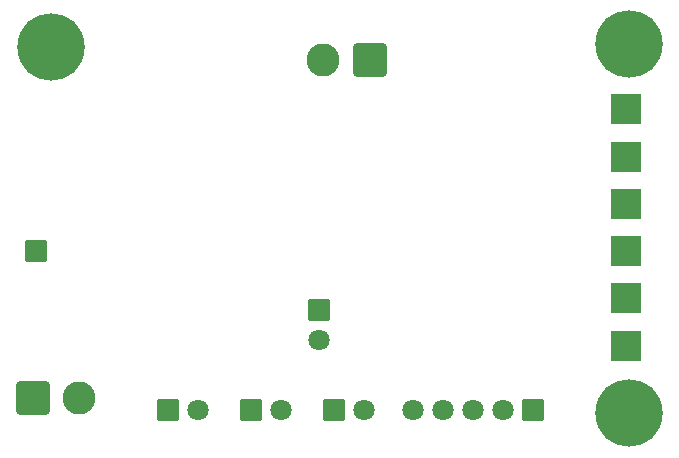
<source format=gbr>
%TF.GenerationSoftware,KiCad,Pcbnew,9.0.6+1*%
%TF.CreationDate,Date%
%TF.ProjectId,solar_smart_station,736f6c61-725f-4736-9d61-72745f737461,+ (Unreleased)*%
%TF.SameCoordinates,Original*%
%TF.FileFunction,Soldermask,Bot*%
%TF.FilePolarity,Negative*%
%FSLAX46Y46*%
G04 Gerber Fmt 4.6, Leading zero omitted, Abs format (unit mm)*
G04 Created by KiCad*
%MOMM*%
%LPD*%
G01*
G04 APERTURE LIST*
G04 Aperture macros list*
%AMRoundRect*
0 Rectangle with rounded corners*
0 $1 Rounding radius*
0 $2 $3 $4 $5 $6 $7 $8 $9 X,Y pos of 4 corners*
0 Add a 4 corners polygon primitive as box body*
4,1,4,$2,$3,$4,$5,$6,$7,$8,$9,$2,$3,0*
0 Add four circle primitives for the rounded corners*
1,1,$1+$1,$2,$3*
1,1,$1+$1,$4,$5*
1,1,$1+$1,$6,$7*
1,1,$1+$1,$8,$9*
0 Add four rect primitives between the rounded corners*
20,1,$1+$1,$2,$3,$4,$5,0*
20,1,$1+$1,$4,$5,$6,$7,0*
20,1,$1+$1,$6,$7,$8,$9,0*
20,1,$1+$1,$8,$9,$2,$3,0*%
G04 Aperture macros list end*
%ADD10RoundRect,0.259260X-1.140740X-1.140740X1.140740X-1.140740X1.140740X1.140740X-1.140740X1.140740X0*%
%ADD11C,2.800000*%
%ADD12RoundRect,0.050000X-1.250000X-1.250000X1.250000X-1.250000X1.250000X1.250000X-1.250000X1.250000X0*%
%ADD13C,3.700000*%
%ADD14C,5.700000*%
%ADD15RoundRect,0.050000X-0.850000X-0.850000X0.850000X-0.850000X0.850000X0.850000X-0.850000X0.850000X0*%
%ADD16C,1.800000*%
%ADD17RoundRect,0.050000X-0.850000X0.850000X-0.850000X-0.850000X0.850000X-0.850000X0.850000X0.850000X0*%
%ADD18RoundRect,0.050000X0.850000X-0.850000X0.850000X0.850000X-0.850000X0.850000X-0.850000X-0.850000X0*%
%ADD19RoundRect,0.259260X1.140740X1.140740X-1.140740X1.140740X-1.140740X-1.140740X1.140740X-1.140740X0*%
G04 APERTURE END LIST*
D10*
%TO.C,JST1*%
X32742500Y-179950000D03*
D11*
X36702500Y-179950000D03*
%TD*%
D12*
%TO.C,H4*%
X83000000Y-163500000D03*
%TD*%
D13*
%TO.C,H8*%
X83250000Y-150000000D03*
D14*
X83250000Y-150000000D03*
%TD*%
D12*
%TO.C,H2*%
X83000000Y-171500000D03*
%TD*%
%TO.C,H6*%
X83000000Y-155500000D03*
%TD*%
D15*
%TO.C,J2*%
X57000000Y-172475000D03*
D16*
X57000000Y-175015000D03*
%TD*%
D12*
%TO.C,H1*%
X83000000Y-175500000D03*
%TD*%
D17*
%TO.C,J3*%
X75080000Y-181000000D03*
D16*
X72540000Y-181000000D03*
X70000000Y-181000000D03*
X67460000Y-181000000D03*
X64920000Y-181000000D03*
%TD*%
D12*
%TO.C,H3*%
X83000000Y-167500000D03*
%TD*%
D18*
%TO.C,J5*%
X58225000Y-181000000D03*
D16*
X60765000Y-181000000D03*
%TD*%
D19*
%TO.C,JST2*%
X61257500Y-151300000D03*
D11*
X57297500Y-151300000D03*
%TD*%
D13*
%TO.C,H7*%
X34250000Y-150250000D03*
D14*
X34250000Y-150250000D03*
%TD*%
D12*
%TO.C,H5*%
X83000000Y-159500000D03*
%TD*%
D18*
%TO.C,J1*%
X44210000Y-181000000D03*
D16*
X46750000Y-181000000D03*
%TD*%
D13*
%TO.C,H9*%
X83250000Y-181250000D03*
D14*
X83250000Y-181250000D03*
%TD*%
D15*
%TO.C,TP1*%
X33000000Y-167500000D03*
%TD*%
D18*
%TO.C,J4*%
X51225000Y-181000000D03*
D16*
X53765000Y-181000000D03*
%TD*%
M02*

</source>
